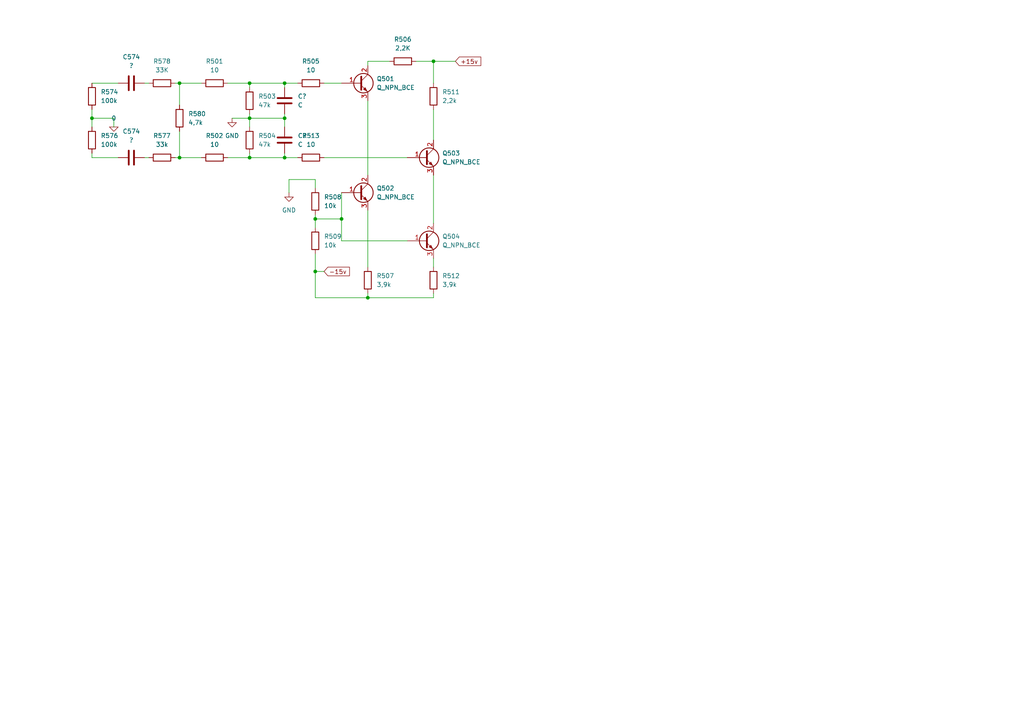
<source format=kicad_sch>
(kicad_sch (version 20211123) (generator eeschema)
  (paper "A4")
  (title_block (title "chanel1"))
  (lib_symbols
    (symbol "Device:C" (pin_numbers hide) (pin_names (offset 0.254))
      (property "Reference" "C" (at 0.635 2.54 0))
      (property "Value" "C" (at 0.635 -2.54 0))
      (symbol "C_0_1"
        (polyline (pts (xy -2.032 -0.762) (xy 2.032 -0.762)) (stroke (width 0.508)))
        (polyline (pts (xy -2.032 0.762) (xy 2.032 0.762)) (stroke (width 0.508)))
      )
      (symbol "C_1_1"
        (pin passive line (at 0 3.81 270) (length 2.794) (name "~") (number "1"))
        (pin passive line (at 0 -3.81 90) (length 2.794) (name "~") (number "2"))
      )
    )
    (symbol "Device:Q_NPN_BCE" (pin_names (offset 0) hide)
      (property "Reference" "Q" (at 5.08 1.27 0))
      (property "Value" "Q_NPN_BCE" (at 5.08 -1.27 0))
      (symbol "Q_NPN_BCE_0_1"
        (polyline (pts (xy 0.635 0.635) (xy 2.54 2.54)))
        (polyline (pts (xy 0.635 -0.635) (xy 2.54 -2.54) (xy 2.54 -2.54)))
        (polyline (pts (xy 0.635 1.905) (xy 0.635 -1.905) (xy 0.635 -1.905)) (stroke (width 0.508)))
        (polyline (pts (xy 1.27 -1.778) (xy 1.778 -1.27) (xy 2.286 -2.286) (xy 1.27 -1.778) (xy 1.27 -1.778)) (fill (type outline)))
        (circle (center 1.27 0) (radius 2.8194) (stroke (width 0.254)))
      )
      (symbol "Q_NPN_BCE_1_1"
        (pin input line (at -5.08 0 0) (length 5.715) (name "B") (number "1"))
        (pin passive line (at 2.54 5.08 270) (length 2.54) (name "C") (number "2"))
        (pin passive line (at 2.54 -5.08 90) (length 2.54) (name "E") (number "3"))
      )
    )
    (symbol "Device:R" (pin_numbers hide) (pin_names (offset 0))
      (property "Reference" "R" (at 2.032 0 90))
      (property "Value" "R" (at 0 0 90))
      (symbol "R_0_1"
        (rectangle (start -1.016 -2.54) (end 1.016 2.54) (stroke (width 0.254)))
      )
      (symbol "R_1_1"
        (pin passive line (at 0 3.81 270) (length 1.27) (name "~") (number "1"))
        (pin passive line (at 0 -3.81 90) (length 1.27) (name "~") (number "2"))
      )
    )
    (symbol "power:GND" (power) (pin_names (offset 0))
      (property "Value" "GND" (at 0 -3.81 0))
      (symbol "GND_0_1"
        (polyline (pts (xy 0 0) (xy 0 -1.27) (xy 1.27 -1.27) (xy 0 -2.54) (xy -1.27 -1.27) (xy 0 -1.27)))
      )
      (symbol "GND_1_1"
        (pin power_in line (at 0 0 270) (length 0) hide (name "GND") (number "1"))
      )
    )
    (symbol "pspice:0" (power) (pin_names (offset 0))
      (property "Value" "0" (at 0 -1.778 0))
      (symbol "0_0_1"
        (polyline (pts (xy -1.27 0) (xy 0 -1.27) (xy 1.27 0) (xy -1.27 0)))
      )
      (symbol "0_1_1"
        (pin power_in line (at 0 0 0) (length 0) hide (name "0") (number "1"))
      )
    )
  )
  (junction (at 99.06 63.5))
  (junction (at 52.07 24.13))
  (junction (at 82.55 45.72))
  (junction (at 82.55 24.13))
  (junction (at 52.07 45.72))
  (junction (at 72.39 24.13))
  (junction (at 106.68 86.36))
  (junction (at 72.39 45.72))
  (junction (at 82.55 34.29))
  (junction (at 72.39 34.29))
  (junction (at 125.73 17.78))
  (junction (at 26.67 34.29))
  (junction (at 91.44 63.5))
  (junction (at 91.44 78.74))
  (wire (pts (xy 91.44 63.5) (xy 91.44 66.04)))
  (wire (pts (xy 99.06 55.88) (xy 99.06 63.5)))
  (wire (pts (xy 66.04 45.72) (xy 72.39 45.72)))
  (wire (pts (xy 91.44 54.61) (xy 91.44 52.07)))
  (wire (pts (xy 82.55 24.13) (xy 86.36 24.13)))
  (wire (pts (xy 91.44 78.74) (xy 91.44 86.36)))
  (wire (pts (xy 26.67 24.13) (xy 34.29 24.13)))
  (wire (pts (xy 52.07 24.13) (xy 58.42 24.13)))
  (wire (pts (xy 125.73 17.78) (xy 132.08 17.78)))
  (wire (pts (xy 41.91 45.72) (xy 43.18 45.72)))
  (wire (pts (xy 52.07 38.1) (xy 52.07 45.72)))
  (wire (pts (xy 125.73 86.36) (xy 125.73 85.09)))
  (wire (pts (xy 106.68 19.05) (xy 106.68 17.78)))
  (wire (pts (xy 72.39 24.13) (xy 82.55 24.13)))
  (wire (pts (xy 91.44 52.07) (xy 83.82 52.07)))
  (wire (pts (xy 72.39 34.29) (xy 82.55 34.29)))
  (wire (pts (xy 50.8 24.13) (xy 52.07 24.13)))
  (wire (pts (xy 26.67 31.75) (xy 26.67 34.29)))
  (wire (pts (xy 93.98 78.74) (xy 91.44 78.74)))
  (wire (pts (xy 99.06 69.85) (xy 118.11 69.85)))
  (wire (pts (xy 66.04 24.13) (xy 72.39 24.13)))
  (wire (pts (xy 33.02 34.29) (xy 33.02 36.83)))
  (wire (pts (xy 34.29 45.72) (xy 26.67 45.72)))
  (wire (pts (xy 26.67 44.45) (xy 26.67 45.72)))
  (wire (pts (xy 91.44 62.23) (xy 91.44 63.5)))
  (wire (pts (xy 106.68 60.96) (xy 106.68 77.47)))
  (wire (pts (xy 106.68 86.36) (xy 125.73 86.36)))
  (wire (pts (xy 93.98 45.72) (xy 118.11 45.72)))
  (wire (pts (xy 91.44 73.66) (xy 91.44 78.74)))
  (wire (pts (xy 72.39 33.02) (xy 72.39 34.29)))
  (wire (pts (xy 99.06 63.5) (xy 99.06 69.85)))
  (wire (pts (xy 82.55 34.29) (xy 82.55 36.83)))
  (wire (pts (xy 26.67 34.29) (xy 33.02 34.29)))
  (wire (pts (xy 125.73 17.78) (xy 125.73 24.13)))
  (wire (pts (xy 52.07 45.72) (xy 58.42 45.72)))
  (wire (pts (xy 91.44 63.5) (xy 99.06 63.5)))
  (wire (pts (xy 72.39 34.29) (xy 72.39 36.83)))
  (wire (pts (xy 106.68 29.21) (xy 106.68 50.8)))
  (wire (pts (xy 41.91 24.13) (xy 43.18 24.13)))
  (wire (pts (xy 72.39 44.45) (xy 72.39 45.72)))
  (wire (pts (xy 125.73 31.75) (xy 125.73 40.64)))
  (wire (pts (xy 72.39 24.13) (xy 72.39 25.4)))
  (wire (pts (xy 82.55 44.45) (xy 82.55 45.72)))
  (wire (pts (xy 93.98 24.13) (xy 99.06 24.13)))
  (wire (pts (xy 125.73 74.93) (xy 125.73 77.47)))
  (wire (pts (xy 26.67 34.29) (xy 26.67 36.83)))
  (wire (pts (xy 82.55 33.02) (xy 82.55 34.29)))
  (wire (pts (xy 72.39 45.72) (xy 82.55 45.72)))
  (wire (pts (xy 125.73 50.8) (xy 125.73 64.77)))
  (wire (pts (xy 50.8 45.72) (xy 52.07 45.72)))
  (wire (pts (xy 52.07 30.48) (xy 52.07 24.13)))
  (wire (pts (xy 106.68 85.09) (xy 106.68 86.36)))
  (wire (pts (xy 83.82 52.07) (xy 83.82 55.88)))
  (wire (pts (xy 67.31 34.29) (xy 72.39 34.29)))
  (wire (pts (xy 106.68 17.78) (xy 113.03 17.78)))
  (wire (pts (xy 82.55 24.13) (xy 82.55 25.4)))
  (wire (pts (xy 120.65 17.78) (xy 125.73 17.78)))
  (wire (pts (xy 82.55 45.72) (xy 86.36 45.72)))
  (wire (pts (xy 91.44 86.36) (xy 106.68 86.36)))
  (global_label "+15v" (shape input) (at 132.08 17.78 0) (property "Intersheet References" "${INTERSHEET_REFS}" (effects hide)))
  (global_label "-15v" (shape input) (at 93.98 78.74 0) (property "Intersheet References" "${INTERSHEET_REFS}" (effects hide)))
  (symbol (lib_id "Device:Q_NPN_BCE") (at 123.19 69.85 0) (unit 1)
    (property "Reference" "Q504" (at 128.27 68.5799 0) (effects (justify left)))
    (property "Value" "Q_NPN_BCE" (at 128.27 71.1199 0) (effects (justify left)))
  )
  (symbol (lib_id "Device:R") (at 90.17 24.13 90) (unit 1)
    (property "Reference" "R505" (at 90.17 17.78 90))
    (property "Value" "10" (at 90.17 20.32 90))
  )
  (symbol (lib_id "Device:R") (at 26.67 27.94 0) (unit 1)
    (property "Reference" "R574" (at 29.21 26.6699 0) (effects (justify left)))
    (property "Value" "100k" (at 29.21 29.2099 0) (effects (justify left)))
  )
  (symbol (lib_id "power:GND") (at 83.82 55.88 0) (unit 1)
    (property "Reference" "#PWR?" (effects hide))
    (property "Value" "GND" (at 83.82 60.96 0))
  )
  (symbol (lib_id "Device:Q_NPN_BCE") (at 104.14 55.88 0) (unit 1)
    (property "Reference" "Q502" (at 109.22 54.6099 0) (effects (justify left)))
    (property "Value" "Q_NPN_BCE" (at 109.22 57.1499 0) (effects (justify left)))
  )
  (symbol (lib_id "Device:R") (at 90.17 45.72 90) (unit 1)
    (property "Reference" "R513" (at 90.17 39.37 90))
    (property "Value" "10" (at 90.17 41.91 90))
  )
  (symbol (lib_id "Device:R") (at 62.23 24.13 90) (unit 1)
    (property "Reference" "R501" (at 62.23 17.78 90))
    (property "Value" "10" (at 62.23 20.32 90))
  )
  (symbol (lib_id "Device:R") (at 46.99 24.13 90) (unit 1)
    (property "Reference" "R578" (at 46.99 17.78 90))
    (property "Value" "33K" (at 46.99 20.32 90))
  )
  (symbol (lib_id "Device:R") (at 62.23 45.72 90) (unit 1)
    (property "Reference" "R502" (at 62.23 39.37 90))
    (property "Value" "10" (at 62.23 41.91 90))
  )
  (symbol (lib_id "power:GND") (at 67.31 34.29 0) (unit 1)
    (property "Reference" "#PWR?" (effects hide))
    (property "Value" "GND" (at 67.31 39.37 0))
  )
  (symbol (lib_id "Device:R") (at 72.39 40.64 0) (unit 1)
    (property "Reference" "R504" (at 74.93 39.3699 0) (effects (justify left)))
    (property "Value" "47k" (at 74.93 41.9099 0) (effects (justify left)))
  )
  (symbol (lib_id "Device:Q_NPN_BCE") (at 123.19 45.72 0) (unit 1)
    (property "Reference" "Q503" (at 128.27 44.4499 0) (effects (justify left)))
    (property "Value" "Q_NPN_BCE" (at 128.27 46.9899 0) (effects (justify left)))
  )
  (symbol (lib_id "Device:R") (at 125.73 27.94 0) (unit 1)
    (property "Reference" "R511" (at 128.27 26.6699 0) (effects (justify left)))
    (property "Value" "2,2k" (at 128.27 29.2099 0) (effects (justify left)))
  )
  (symbol (lib_id "Device:R") (at 72.39 29.21 0) (unit 1)
    (property "Reference" "R503" (at 74.93 27.9399 0) (effects (justify left)))
    (property "Value" "47k" (at 74.93 30.4799 0) (effects (justify left)))
  )
  (symbol (lib_id "Device:R") (at 106.68 81.28 0) (unit 1)
    (property "Reference" "R507" (at 109.22 80.0099 0) (effects (justify left)))
    (property "Value" "3,9k" (at 109.22 82.5499 0) (effects (justify left)))
  )
  (symbol (lib_id "Device:C") (at 38.1 24.13 90) (unit 1)
    (property "Reference" "C574" (at 38.1 16.51 90))
    (property "Value" "?" (at 38.1 19.05 90))
  )
  (symbol (lib_id "Device:R") (at 116.84 17.78 90) (unit 1)
    (property "Reference" "R506" (at 116.84 11.43 90))
    (property "Value" "2,2K" (at 116.84 13.97 90))
  )
  (symbol (lib_id "Device:R") (at 46.99 45.72 90) (unit 1)
    (property "Reference" "R577" (at 46.99 39.37 90))
    (property "Value" "33k" (at 46.99 41.91 90))
  )
  (symbol (lib_id "Device:C") (at 38.1 45.72 90) (unit 1)
    (property "Reference" "C574" (at 38.1 38.1 90))
    (property "Value" "?" (at 38.1 40.64 90))
  )
  (symbol (lib_id "Device:C") (at 82.55 40.64 0) (unit 1)
    (property "Reference" "C?" (at 86.36 39.3699 0) (effects (justify left)))
    (property "Value" "C" (at 86.36 41.9099 0) (effects (justify left)))
  )
  (symbol (lib_id "Device:C") (at 82.55 29.21 0) (unit 1)
    (property "Reference" "C?" (at 86.36 27.9399 0) (effects (justify left)))
    (property "Value" "C" (at 86.36 30.4799 0) (effects (justify left)))
  )
  (symbol (lib_id "pspice:0") (at 33.02 36.83 0) (unit 1)
    (property "Reference" "#GND?" (effects hide))
    (property "Value" "0" (at 33.02 34.29 0))
  )
  (symbol (lib_id "Device:R") (at 125.73 81.28 0) (unit 1)
    (property "Reference" "R512" (at 128.27 80.0099 0) (effects (justify left)))
    (property "Value" "3,9k" (at 128.27 82.5499 0) (effects (justify left)))
  )
  (symbol (lib_id "Device:R") (at 91.44 69.85 0) (unit 1)
    (property "Reference" "R509" (at 93.98 68.5799 0) (effects (justify left)))
    (property "Value" "10k" (at 93.98 71.1199 0) (effects (justify left)))
  )
  (symbol (lib_id "Device:R") (at 91.44 58.42 0) (unit 1)
    (property "Reference" "R508" (at 93.98 57.1499 0) (effects (justify left)))
    (property "Value" "10k" (at 93.98 59.6899 0) (effects (justify left)))
  )
  (symbol (lib_id "Device:R") (at 26.67 40.64 0) (unit 1)
    (property "Reference" "R576" (at 29.21 39.3699 0) (effects (justify left)))
    (property "Value" "100k" (at 29.21 41.9099 0) (effects (justify left)))
  )
  (symbol (lib_id "Device:Q_NPN_BCE") (at 104.14 24.13 0) (unit 1)
    (property "Reference" "Q501" (at 109.22 22.8599 0) (effects (justify left)))
    (property "Value" "Q_NPN_BCE" (at 109.22 25.3999 0) (effects (justify left)))
  )
  (symbol (lib_id "Device:R") (at 52.07 34.29 0) (unit 1)
    (property "Reference" "R580" (at 54.61 33.0199 0) (effects (justify left)))
    (property "Value" "4,7k" (at 54.61 35.5599 0) (effects (justify left)))
  )
)
</source>
